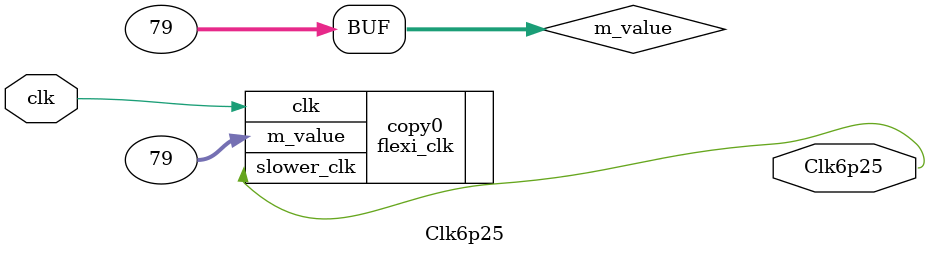
<source format=v>
`timescale 1ns / 1ps


module Clk6p25(
    input clk,
    output Clk6p25
    );
    
    reg [31:0]m_value = 79;
    
    flexi_clk copy0 (.clk(clk),.m_value(m_value), .slower_clk(Clk6p25));
     
endmodule

</source>
